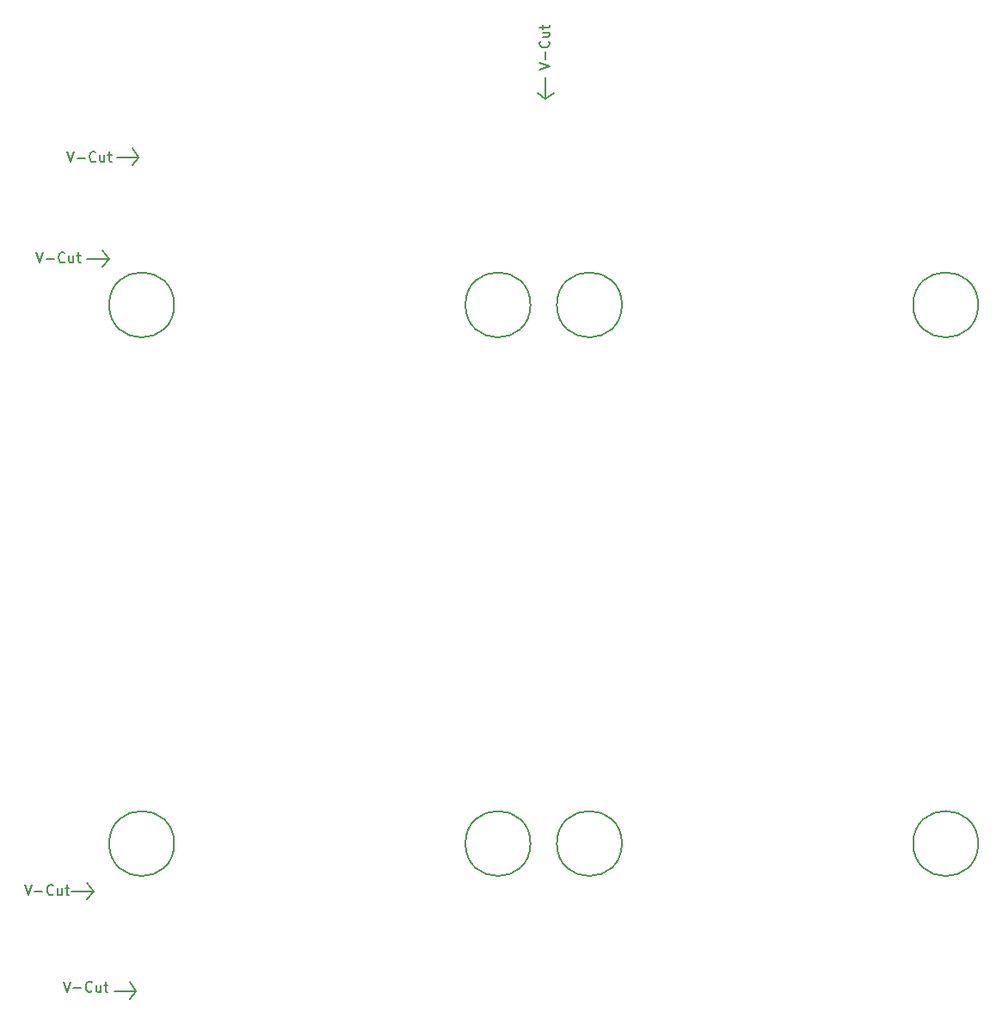
<source format=gbr>
G04 #@! TF.GenerationSoftware,KiCad,Pcbnew,(5.1.0)-1*
G04 #@! TF.CreationDate,2019-06-11T15:23:59-04:00*
G04 #@! TF.ProjectId,top and bottom case,746f7020-616e-4642-9062-6f74746f6d20,rev?*
G04 #@! TF.SameCoordinates,PX528a7e4PY5879c7c*
G04 #@! TF.FileFunction,Other,Comment*
%FSLAX46Y46*%
G04 Gerber Fmt 4.6, Leading zero omitted, Abs format (unit mm)*
G04 Created by KiCad (PCBNEW (5.1.0)-1) date 2019-06-11 15:23:59*
%MOMM*%
%LPD*%
G04 APERTURE LIST*
%ADD10C,0.150000*%
G04 APERTURE END LIST*
D10*
X24193500Y48196500D02*
X23304500Y47561500D01*
X23304500Y49720500D02*
X23304500Y47561500D01*
X23304500Y47561500D02*
X24193500Y48196500D01*
X23304500Y47561500D02*
X22542500Y48196500D01*
X-18859500Y41846500D02*
X-16700500Y41846500D01*
X-16700500Y41846500D02*
X-17335500Y42735500D01*
X-16700500Y41846500D02*
X-17335500Y41084500D01*
X-17335500Y42735500D02*
X-16700500Y41846500D01*
X-21780500Y31813500D02*
X-19621500Y31813500D01*
X-20256500Y32702500D02*
X-19621500Y31813500D01*
X-19621500Y31813500D02*
X-20256500Y32702500D01*
X-19621500Y31813500D02*
X-20256500Y31051500D01*
X-23304500Y-30416500D02*
X-21145500Y-30416500D01*
X-21145500Y-30416500D02*
X-21780500Y-31178500D01*
X-21780500Y-29527500D02*
X-21145500Y-30416500D01*
X-21145500Y-30416500D02*
X-21780500Y-29527500D01*
X-16954500Y-40195500D02*
X-17589500Y-40957500D01*
X-17589500Y-39306500D02*
X-16954500Y-40195500D01*
X-16954500Y-40195500D02*
X-17589500Y-39306500D01*
X-19113500Y-40195500D02*
X-16954500Y-40195500D01*
X-24097977Y-39266880D02*
X-23764643Y-40266880D01*
X-23431310Y-39266880D01*
X-23097977Y-39885928D02*
X-22336072Y-39885928D01*
X-21288453Y-40171642D02*
X-21336072Y-40219261D01*
X-21478929Y-40266880D01*
X-21574167Y-40266880D01*
X-21717024Y-40219261D01*
X-21812262Y-40124023D01*
X-21859881Y-40028785D01*
X-21907500Y-39838309D01*
X-21907500Y-39695452D01*
X-21859881Y-39504976D01*
X-21812262Y-39409738D01*
X-21717024Y-39314500D01*
X-21574167Y-39266880D01*
X-21478929Y-39266880D01*
X-21336072Y-39314500D01*
X-21288453Y-39362119D01*
X-20431310Y-39600214D02*
X-20431310Y-40266880D01*
X-20859881Y-39600214D02*
X-20859881Y-40124023D01*
X-20812262Y-40219261D01*
X-20717024Y-40266880D01*
X-20574167Y-40266880D01*
X-20478929Y-40219261D01*
X-20431310Y-40171642D01*
X-20097977Y-39600214D02*
X-19717024Y-39600214D01*
X-19955120Y-39266880D02*
X-19955120Y-40124023D01*
X-19907500Y-40219261D01*
X-19812262Y-40266880D01*
X-19717024Y-40266880D01*
X-27907977Y-29741880D02*
X-27574643Y-30741880D01*
X-27241310Y-29741880D01*
X-26907977Y-30360928D02*
X-26146072Y-30360928D01*
X-25098453Y-30646642D02*
X-25146072Y-30694261D01*
X-25288929Y-30741880D01*
X-25384167Y-30741880D01*
X-25527024Y-30694261D01*
X-25622262Y-30599023D01*
X-25669881Y-30503785D01*
X-25717500Y-30313309D01*
X-25717500Y-30170452D01*
X-25669881Y-29979976D01*
X-25622262Y-29884738D01*
X-25527024Y-29789500D01*
X-25384167Y-29741880D01*
X-25288929Y-29741880D01*
X-25146072Y-29789500D01*
X-25098453Y-29837119D01*
X-24241310Y-30075214D02*
X-24241310Y-30741880D01*
X-24669881Y-30075214D02*
X-24669881Y-30599023D01*
X-24622262Y-30694261D01*
X-24527024Y-30741880D01*
X-24384167Y-30741880D01*
X-24288929Y-30694261D01*
X-24241310Y-30646642D01*
X-23907977Y-30075214D02*
X-23527024Y-30075214D01*
X-23765120Y-29741880D02*
X-23765120Y-30599023D01*
X-23717500Y-30694261D01*
X-23622262Y-30741880D01*
X-23527024Y-30741880D01*
X-26764977Y32488120D02*
X-26431643Y31488120D01*
X-26098310Y32488120D01*
X-25764977Y31869072D02*
X-25003072Y31869072D01*
X-23955453Y31583358D02*
X-24003072Y31535739D01*
X-24145929Y31488120D01*
X-24241167Y31488120D01*
X-24384024Y31535739D01*
X-24479262Y31630977D01*
X-24526881Y31726215D01*
X-24574500Y31916691D01*
X-24574500Y32059548D01*
X-24526881Y32250024D01*
X-24479262Y32345262D01*
X-24384024Y32440500D01*
X-24241167Y32488120D01*
X-24145929Y32488120D01*
X-24003072Y32440500D01*
X-23955453Y32392881D01*
X-23098310Y32154786D02*
X-23098310Y31488120D01*
X-23526881Y32154786D02*
X-23526881Y31630977D01*
X-23479262Y31535739D01*
X-23384024Y31488120D01*
X-23241167Y31488120D01*
X-23145929Y31535739D01*
X-23098310Y31583358D01*
X-22764977Y32154786D02*
X-22384024Y32154786D01*
X-22622120Y32488120D02*
X-22622120Y31630977D01*
X-22574500Y31535739D01*
X-22479262Y31488120D01*
X-22384024Y31488120D01*
X-23716977Y42394120D02*
X-23383643Y41394120D01*
X-23050310Y42394120D01*
X-22716977Y41775072D02*
X-21955072Y41775072D01*
X-20907453Y41489358D02*
X-20955072Y41441739D01*
X-21097929Y41394120D01*
X-21193167Y41394120D01*
X-21336024Y41441739D01*
X-21431262Y41536977D01*
X-21478881Y41632215D01*
X-21526500Y41822691D01*
X-21526500Y41965548D01*
X-21478881Y42156024D01*
X-21431262Y42251262D01*
X-21336024Y42346500D01*
X-21193167Y42394120D01*
X-21097929Y42394120D01*
X-20955072Y42346500D01*
X-20907453Y42298881D01*
X-20050310Y42060786D02*
X-20050310Y41394120D01*
X-20478881Y42060786D02*
X-20478881Y41536977D01*
X-20431262Y41441739D01*
X-20336024Y41394120D01*
X-20193167Y41394120D01*
X-20097929Y41441739D01*
X-20050310Y41489358D01*
X-19716977Y42060786D02*
X-19336024Y42060786D01*
X-19574120Y42394120D02*
X-19574120Y41536977D01*
X-19526500Y41441739D01*
X-19431262Y41394120D01*
X-19336024Y41394120D01*
X22756880Y50451024D02*
X23756880Y50784358D01*
X22756880Y51117691D01*
X23375928Y51451024D02*
X23375928Y52212929D01*
X23661642Y53260548D02*
X23709261Y53212929D01*
X23756880Y53070072D01*
X23756880Y52974834D01*
X23709261Y52831977D01*
X23614023Y52736739D01*
X23518785Y52689120D01*
X23328309Y52641500D01*
X23185452Y52641500D01*
X22994976Y52689120D01*
X22899738Y52736739D01*
X22804500Y52831977D01*
X22756880Y52974834D01*
X22756880Y53070072D01*
X22804500Y53212929D01*
X22852119Y53260548D01*
X23090214Y54117691D02*
X23756880Y54117691D01*
X23090214Y53689120D02*
X23614023Y53689120D01*
X23709261Y53736739D01*
X23756880Y53831977D01*
X23756880Y53974834D01*
X23709261Y54070072D01*
X23661642Y54117691D01*
X23090214Y54451024D02*
X23090214Y54831977D01*
X22756880Y54593881D02*
X23614023Y54593881D01*
X23709261Y54641500D01*
X23756880Y54736739D01*
X23756880Y54831977D01*
X65946500Y27325500D02*
G75*
G03X65946500Y27325500I-3200000J0D01*
G01*
X30877500Y27325500D02*
G75*
G03X30877500Y27325500I-3200000J0D01*
G01*
X30877500Y-25674500D02*
G75*
G03X30877500Y-25674500I-3200000J0D01*
G01*
X65946500Y-25674500D02*
G75*
G03X65946500Y-25674500I-3200000J0D01*
G01*
X-13191500Y-25674500D02*
G75*
G03X-13191500Y-25674500I-3200000J0D01*
G01*
X-13191500Y27325500D02*
G75*
G03X-13191500Y27325500I-3200000J0D01*
G01*
X21877500Y27325500D02*
G75*
G03X21877500Y27325500I-3200000J0D01*
G01*
X21877500Y-25674500D02*
G75*
G03X21877500Y-25674500I-3200000J0D01*
G01*
M02*

</source>
